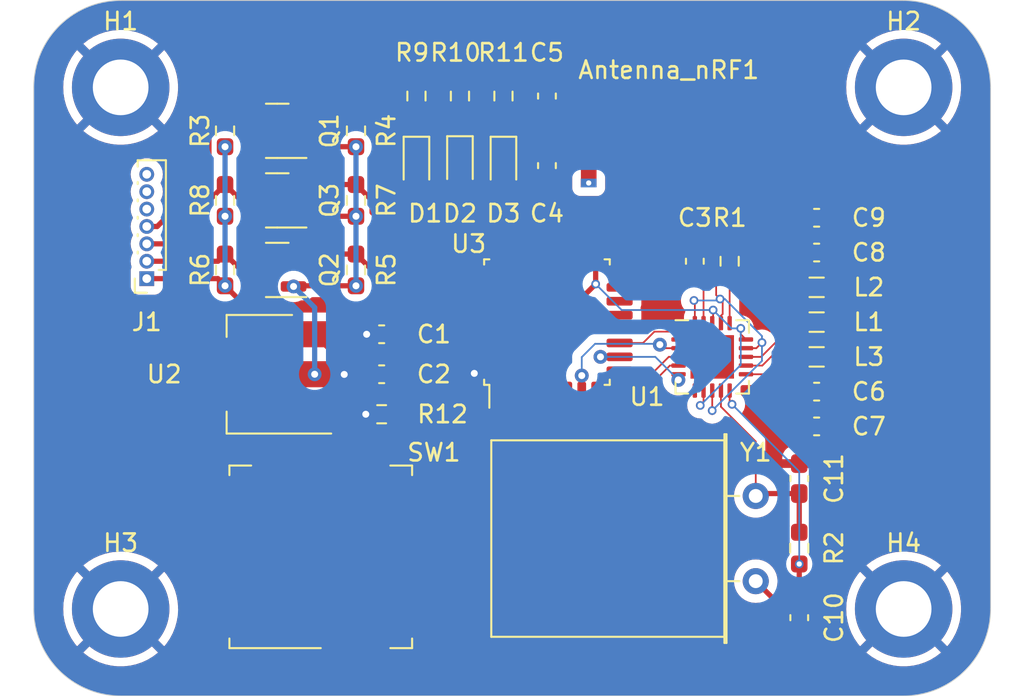
<source format=kicad_pcb>
(kicad_pcb (version 20221018) (generator pcbnew)
  (layers (0 "F.Cu" signal) (31 "B.Cu" signal) (34 "B.Paste" user) (35 "F.Paste" user) (36 "B.SilkS" user "B.Silkscreen") (37 "F.SilkS" user "F.Silkscreen") (38 "B.Mask" user) (39 "F.Mask" user) (44 "Edge.Cuts" user))
  (net 0 "")
  (net 1 "RF_Output")
  (net 2 "+5V")
  (net 3 "VDD_NRF")
  (net 4 "Net-(U1-DVDD)")
  (net 5 "VDD_PA")
  (net 6 "Net-(C8-Pad2)")
  (net 7 "XC1")
  (net 8 "XC2")
  (net 9 "Net-(D1-K)")
  (net 10 "Player2_LED")
  (net 11 "Net-(D2-K)")
  (net 12 "Player1_LED")
  (net 13 "Net-(D3-K)")
  (net 14 "Status_LED")
  (net 15 "Data_Clock_SNES")
  (net 16 "Data_Latch_SNES")
  (net 17 "Serial_Data_SNES")
  (net 18 "ANT2")
  (net 19 "ANT1")
  (net 20 "Serial_Data_STM32")
  (net 21 "Data_Clock_STM32")
  (net 22 "Data_Latch_STM32")
  (net 23 "Net-(U1-IREF)")
  (net 24 "Appairing_Btn")
  (net 25 "Chip_Enable")
  (net 26 "SPI_Chip_Select")
  (net 27 "SPI_Clock")
  (net 28 "SPI_Digital_Input")
  (net 29 "SPI_Digital_Output")
  (net 33 "+3.3VA")
  (net 49 "GND")
  (net 50 "GND1")
  (net 51 "GND2")
  (net 52 "GND3")
  (footprint "Capacitor_SMD:C_0603_1608Metric_Pad1.08x0.95mm_HandSolder" (layer "F.Cu") (at 87 93.5 -90)
    (fp_text reference "C10" (at 0 -2 90) (layer "F.SilkS"))
    (fp_text value "22p")
    (pad "1" smd roundrect (at -0.8625 0 270) (size 1.075 0.95) (layers "F.Cu" "F.Paste" "F.Mask") (net 7 "XC1"))
    (pad "2" smd roundrect (at 0.8625 0 270) (size 1.075 0.95) (layers "F.Cu" "F.Paste" "F.Mask") (net 49 "GND"))
  )
  (footprint "Capacitor_SMD:C_0603_1608Metric_Pad1.08x0.95mm_HandSolder" (layer "F.Cu") (at 63 77.2 180)
    (fp_text reference "C1" (at -3 0) (layer "F.SilkS"))
    (fp_text value "1u")
    (pad "1" smd roundrect (at -0.8625 0 180) (size 1.075 0.95) (layers "F.Cu" "F.Paste" "F.Mask") (net 2 "+5V"))
    (pad "2" smd roundrect (at 0.8625 0 180) (size 1.075 0.95) (layers "F.Cu" "F.Paste" "F.Mask") (net 49 "GND"))
  )
  (footprint "Inductor_SMD:L_0805_2012Metric_Pad1.05x1.20mm_HandSolder" (layer "F.Cu") (at 88 78.5 180)
    (fp_text reference "L3" (at -3 0) (layer "F.SilkS"))
    (fp_text value "2.7n")
    (pad "1" smd roundrect (at -1.15 0 180) (size 1.05 1.2) (layers "F.Cu" "F.Paste" "F.Mask") (roundrect_rratio 0.238095) (net 19 "ANT1"))
    (pad "2" smd roundrect (at 1.15 0 180) (size 1.05 1.2) (layers "F.Cu" "F.Paste" "F.Mask") (roundrect_rratio 0.238095) (net 5 "VDD_PA"))
  )
  (footprint "Capacitor_SMD:C_0603_1608Metric_Pad1.08x0.95mm_HandSolder" (layer "F.Cu") (at 87 85.5 90)
    (fp_text reference "C11" (at 0 2 90) (layer "F.SilkS"))
    (fp_text value "22p")
    (pad "1" smd roundrect (at -0.8625 0 90) (size 1.075 0.95) (layers "F.Cu" "F.Paste" "F.Mask") (net 8 "XC2"))
    (pad "2" smd roundrect (at 0.8625 0 90) (size 1.075 0.95) (layers "F.Cu" "F.Paste" "F.Mask") (net 49 "GND"))
  )
  (footprint "Capacitor_SMD:C_0603_1608Metric_Pad1.08x0.95mm_HandSolder" (layer "F.Cu") (at 88 70.5 180)
    (fp_text reference "C9" (at -3 0) (layer "F.SilkS"))
    (fp_text value "1.0p")
    (pad "1" smd roundrect (at -0.8625 0 180) (size 1.075 0.95) (layers "F.Cu" "F.Paste" "F.Mask") (net 49 "GND"))
    (pad "2" smd roundrect (at 0.8625 0 180) (size 1.075 0.95) (layers "F.Cu" "F.Paste" "F.Mask") (net 1 "RF_Output"))
  )
  (footprint "Capacitor_SMD:C_0603_1608Metric_Pad1.08x0.95mm_HandSolder" (layer "F.Cu") (at 81 73 90)
    (fp_text reference "C3" (at 2.5 0) (layer "F.SilkS"))
    (fp_text value "33n")
    (pad "1" smd roundrect (at -0.8625 0 90) (size 1.075 0.95) (layers "F.Cu" "F.Paste" "F.Mask") (net 4 "Net-(U1-DVDD)"))
    (pad "2" smd roundrect (at 0.8625 0 90) (size 1.075 0.95) (layers "F.Cu" "F.Paste" "F.Mask") (net 50 "GND1"))
  )
  (footprint "Resistor_SMD:R_0603_1608Metric_Pad0.98x0.95mm_HandSolder" (layer "F.Cu") (at 54 65.5 90)
    (fp_text reference "R3" (at 0 -1.43 90) (layer "F.SilkS"))
    (fp_text value "10k")
    (pad "1" smd roundrect (at -0.9125 0 90) (size 0.975 0.95) (layers "F.Cu" "F.Paste" "F.Mask") (net 2 "+5V"))
    (pad "2" smd roundrect (at 0.9125 0 90) (size 0.975 0.95) (layers "F.Cu" "F.Paste" "F.Mask") (net 17 "Serial_Data_SNES"))
  )
  (footprint "Resistor_SMD:R_0603_1608Metric_Pad0.98x0.95mm_HandSolder" (layer "F.Cu") (at 54 73.5 90)
    (fp_text reference "R6" (at 0 -1.43 90) (layer "F.SilkS"))
    (fp_text value "10k")
    (pad "1" smd roundrect (at -0.9125 0 90) (size 0.975 0.95) (layers "F.Cu" "F.Paste" "F.Mask") (net 2 "+5V"))
    (pad "2" smd roundrect (at 0.9125 0 90) (size 0.975 0.95) (layers "F.Cu" "F.Paste" "F.Mask") (net 15 "Data_Clock_SNES"))
  )
  (footprint "Resistor_SMD:R_0603_1608Metric_Pad0.98x0.95mm_HandSolder" (layer "F.Cu") (at 83 73 90)
    (fp_text reference "R1" (at 2.5 0) (layer "F.SilkS"))
    (fp_text value "22k")
    (pad "1" smd roundrect (at -0.9125 0 90) (size 0.975 0.95) (layers "F.Cu" "F.Paste" "F.Mask") (net 23 "Net-(U1-IREF)"))
    (pad "2" smd roundrect (at 0.9125 0 90) (size 0.975 0.95) (layers "F.Cu" "F.Paste" "F.Mask") (net 50 "GND1"))
  )
  (footprint "Resistor_SMD:R_0603_1608Metric_Pad0.98x0.95mm_HandSolder" (layer "F.Cu") (at 61.525 69.5 90)
    (fp_text reference "R7" (at 0 1.75 90) (layer "F.SilkS"))
    (fp_text value "10k")
    (pad "1" smd roundrect (at -0.9125 0 90) (size 0.975 0.95) (layers "F.Cu" "F.Paste" "F.Mask") (net 3 "VDD_NRF"))
    (pad "2" smd roundrect (at 0.9125 0 90) (size 0.975 0.95) (layers "F.Cu" "F.Paste" "F.Mask") (net 22 "Data_Latch_STM32"))
  )
  (footprint "Capacitor_SMD:C_0603_1608Metric_Pad1.08x0.95mm_HandSolder" (layer "F.Cu") (at 63 79.5 180)
    (fp_text reference "C2" (at -3 0) (layer "F.SilkS"))
    (fp_text value "1u")
    (pad "1" smd roundrect (at -0.8625 0 180) (size 1.075 0.95) (layers "F.Cu" "F.Paste" "F.Mask") (net 3 "VDD_NRF"))
    (pad "2" smd roundrect (at 0.8625 0 180) (size 1.075 0.95) (layers "F.Cu" "F.Paste" "F.Mask") (net 49 "GND"))
  )
  (footprint "Resistor_SMD:R_0603_1608Metric_Pad0.98x0.95mm_HandSolder" (layer "F.Cu") (at 54 69.5 90)
    (fp_text reference "R8" (at 0 -1.43 90) (layer "F.SilkS"))
    (fp_text value "10k")
    (pad "1" smd roundrect (at -0.9125 0 90) (size 0.975 0.95) (layers "F.Cu" "F.Paste" "F.Mask") (net 2 "+5V"))
    (pad "2" smd roundrect (at 0.9125 0 90) (size 0.975 0.95) (layers "F.Cu" "F.Paste" "F.Mask") (net 16 "Data_Latch_SNES"))
  )
  (footprint "Package_DFN_QFN:QFN-20-1EP_4x4mm_P0.5mm_EP2.5x2.5mm" (layer "F.Cu") (at 82 78.5)
    (fp_text reference "U1" (at -3.75 2.2975) (layer "F.SilkS"))
    (fp_text value "NRF24L01")
    (pad "1" smd roundrect (at -1.9375 -1) (size 0.825 0.25) (layers "F.Cu" "F.Paste" "F.Mask") (net 25 "Chip_Enable"))
    (pad "2" smd roundrect (at -1.9375 -0.5) (size 0.825 0.25) (layers "F.Cu" "F.Paste" "F.Mask") (net 26 "SPI_Chip_Select"))
    (pad "3" smd roundrect (at -1.9375 0) (size 0.825 0.25) (layers "F.Cu" "F.Paste" "F.Mask") (net 27 "SPI_Clock"))
    (pad "4" smd roundrect (at -1.9375 0.5) (size 0.825 0.25) (layers "F.Cu" "F.Paste" "F.Mask") (net 28 "SPI_Digital_Input"))
    (pad "5" smd roundrect (at -1.9375 1) (size 0.825 0.25) (layers "F.Cu" "F.Paste" "F.Mask") (net 29 "SPI_Digital_Output"))
    (pad "6" smd roundrect (at -1 1.9375) (size 0.25 0.825) (layers "F.Cu" "F.Paste" "F.Mask"))
    (pad "7" smd roundrect (at -0.5 1.9375) (size 0.25 0.825) (layers "F.Cu" "F.Paste" "F.Mask") (net 3 "VDD_NRF"))
    (pad "8" smd roundrect (at 0 1.9375) (size 0.25 0.825) (layers "F.Cu" "F.Paste" "F.Mask") (net 50 "GND1"))
    (pad "9" smd roundrect (at 0.5 1.9375) (size 0.25 0.825) (layers "F.Cu" "F.Paste" "F.Mask") (net 8 "XC2"))
    (pad "10" smd roundrect (at 1 1.9375) (size 0.25 0.825) (layers "F.Cu" "F.Paste" "F.Mask") (net 7 "XC1"))
    (pad "11" smd roundrect (at 1.9375 1) (size 0.825 0.25) (layers "F.Cu" "F.Paste" "F.Mask") (net 5 "VDD_PA"))
    (pad "12" smd roundrect (at 1.9375 0.5) (size 0.825 0.25) (layers "F.Cu" "F.Paste" "F.Mask") (net 19 "ANT1"))
    (pad "13" smd roundrect (at 1.9375 0) (size 0.825 0.25) (layers "F.Cu" "F.Paste" "F.Mask") (net 18 "ANT2"))
    (pad "14" smd roundrect (at 1.9375 -0.5) (size 0.825 0.25) (layers "F.Cu" "F.Paste" "F.Mask") (net 50 "GND1"))
    (pad "15" smd roundrect (at 1.9375 -1) (size 0.825 0.25) (layers "F.Cu" "F.Paste" "F.Mask") (net 3 "VDD_NRF"))
    (pad "16" smd roundrect (at 1 -1.9375) (size 0.25 0.825) (layers "F.Cu" "F.Paste" "F.Mask") (net 23 "Net-(U1-IREF)"))
    (pad "17" smd roundrect (at 0.5 -1.9375) (size 0.25 0.825) (layers "F.Cu" "F.Paste" "F.Mask") (net 50 "GND1"))
    (pad "18" smd roundrect (at 0 -1.9375) (size 0.25 0.825) (layers "F.Cu" "F.Paste" "F.Mask") (net 3 "VDD_NRF"))
    (pad "19" smd roundrect (at -0.5 -1.9375) (size 0.25 0.825) (layers "F.Cu" "F.Paste" "F.Mask") (net 4 "Net-(U1-DVDD)"))
    (pad "20" smd roundrect (at -1 -1.9375) (size 0.25 0.825) (layers "F.Cu" "F.Paste" "F.Mask") (net 50 "GND1"))
    (pad "21" smd rect (at 0 0) (size 2.5 2.5) (layers "F.Cu" "F.Mask"))
  )
  (footprint "Resistor_SMD:R_0603_1608Metric_Pad0.98x0.95mm_HandSolder" (layer "F.Cu") (at 61.525 65.5 90)
    (fp_text reference "R4" (at 0 1.75 90) (layer "F.SilkS"))
    (fp_text value "10k")
    (pad "1" smd roundrect (at -0.9125 0 90) (size 0.975 0.95) (layers "F.Cu" "F.Paste" "F.Mask") (net 3 "VDD_NRF"))
    (pad "2" smd roundrect (at 0.9125 0 90) (size 0.975 0.95) (layers "F.Cu" "F.Paste" "F.Mask") (net 20 "Serial_Data_STM32"))
  )
  (footprint "Resistor_SMD:R_0603_1608Metric_Pad0.98x0.95mm_HandSolder" (layer "F.Cu") (at 63 81.8 180)
    (fp_text reference "R12" (at -3.5 0) (layer "F.SilkS"))
    (fp_text value "10k")
    (pad "1" smd roundrect (at -0.9125 0 180) (size 0.975 0.95) (layers "F.Cu" "F.Paste" "F.Mask") (net 24 "Appairing_Btn"))
    (pad "2" smd roundrect (at 0.9125 0 180) (size 0.975 0.95) (layers "F.Cu" "F.Paste" "F.Mask") (net 49 "GND"))
  )
  (footprint "MountingHole:MountingHole_3.2mm_M3_DIN965_Pad" (layer "F.Cu") (at 93 63)
    (fp_text reference "H2" (at 0 -3.8) (layer "F.SilkS"))
    (fp_text value "MountingHole_Pad")
    (pad "1" thru_hole circle (at 0 0) (size 5.6 5.6) (drill 3.2) (layers "*.Cu" "*.Mask") (net 49 "GND"))
  )
  (footprint "Resistor_SMD:R_0603_1608Metric_Pad0.98x0.95mm_HandSolder" (layer "F.Cu") (at 65 63.5 90)
    (fp_text reference "R9" (at 2.5 -0.25) (layer "F.SilkS"))
    (fp_text value "1k")
    (pad "1" smd roundrect (at -0.9125 0 90) (size 0.975 0.95) (layers "F.Cu" "F.Paste" "F.Mask") (net 9 "Net-(D1-K)"))
    (pad "2" smd roundrect (at 0.9125 0 90) (size 0.975 0.95) (layers "F.Cu" "F.Paste" "F.Mask") (net 49 "GND"))
  )
  (footprint "Button_Switch_SMD:SW_MEC_5GSH9" (layer "F.Cu") (at 59.5 90 90)
    (fp_text reference "SW1" (at 6 6.5 180) (layer "F.SilkS"))
    (fp_text value "SW_Push")
    (pad "1" smd rect (at -3.81 -6.25 180) (size 2.5 1.2) (layers "F.Cu" "F.Paste" "F.Mask") (net 3 "VDD_NRF"))
    (pad "2" smd rect (at -3.81 6.25 180) (size 2.5 1.2) (layers "F.Cu" "F.Paste" "F.Mask") (net 24 "Appairing_Btn"))
    (pad "3" smd rect (at 3.81 -6.25 180) (size 2.5 1.2) (layers "F.Cu" "F.Paste" "F.Mask"))
    (pad "4" smd rect (at 3.81 6.25 180) (size 2.5 1.2) (layers "F.Cu" "F.Paste" "F.Mask"))
  )
  (footprint "Capacitor_SMD:C_0603_1608Metric_Pad1.08x0.95mm_HandSolder" (layer "F.Cu") (at 72.5 67.5 90)
    (fp_text reference "C4" (at -2.75 0) (layer "F.SilkS"))
    (fp_text value "10n")
    (pad "1" smd roundrect (at -0.8625 0 90) (size 1.075 0.95) (layers "F.Cu" "F.Paste" "F.Mask") (net 3 "VDD_NRF"))
    (pad "2" smd roundrect (at 0.8625 0 90) (size 1.075 0.95) (layers "F.Cu" "F.Paste" "F.Mask") (net 49 "GND"))
  )
  (footprint "Capacitor_SMD:C_0603_1608Metric_Pad1.08x0.95mm_HandSolder" (layer "F.Cu") (at 88 82.5)
    (fp_text reference "C7" (at 3 0) (layer "F.SilkS"))
    (fp_text value "4.7p")
    (pad "1" smd roundrect (at -0.8625 0) (size 1.075 0.95) (layers "F.Cu" "F.Paste" "F.Mask") (net 5 "VDD_PA"))
    (pad "2" smd roundrect (at 0.8625 0) (size 1.075 0.95) (layers "F.Cu" "F.Paste" "F.Mask") (net 49 "GND"))
  )
  (footprint "Diode_SMD:D_0603_1608Metric_Pad1.05x0.95mm_HandSolder" (layer "F.Cu") (at 65 67.5 -90)
    (fp_text reference "D1" (at 2.75 -0.5) (layer "F.SilkS"))
    (fp_text value "LED_Small")
    (pad "1" smd roundrect (at -0.875 0 270) (size 1.05 0.95) (layers "F.Cu" "F.Paste" "F.Mask") (net 9 "Net-(D1-K)"))
    (pad "2" smd roundrect (at 0.875 0 270) (size 1.05 0.95) (layers "F.Cu" "F.Paste" "F.Mask") (net 12 "Player1_LED"))
  )
  (footprint "Resistor_SMD:R_0603_1608Metric_Pad0.98x0.95mm_HandSolder" (layer "F.Cu") (at 61.525 73.5 90)
    (fp_text reference "R5" (at 0 1.75 90) (layer "F.SilkS"))
    (fp_text value "10k")
    (pad "1" smd roundrect (at -0.9125 0 90) (size 0.975 0.95) (layers "F.Cu" "F.Paste" "F.Mask") (net 3 "VDD_NRF"))
    (pad "2" smd roundrect (at 0.9125 0 90) (size 0.975 0.95) (layers "F.Cu" "F.Paste" "F.Mask") (net 21 "Data_Clock_STM32"))
  )
  (footprint "Package_TO_SOT_SMD:SOT-23" (layer "F.Cu") (at 57 69.5 180)
    (fp_text reference "Q3" (at -3 0 90) (layer "F.SilkS"))
    (fp_text value "2N7002")
    (pad "1" smd roundrect (at -0.9375 -0.95 180) (size 1.475 0.6) (layers "F.Cu" "F.Paste" "F.Mask") (net 3 "VDD_NRF"))
    (pad "2" smd roundrect (at -0.9375 0.95 180) (size 1.475 0.6) (layers "F.Cu" "F.Paste" "F.Mask") (net 22 "Data_Latch_STM32"))
    (pad "3" smd roundrect (at 0.9375 0 180) (size 1.475 0.6) (layers "F.Cu" "F.Paste" "F.Mask") (net 16 "Data_Latch_SNES"))
  )
  (footprint "Diode_SMD:D_0603_1608Metric_Pad1.05x0.95mm_HandSolder" (layer "F.Cu") (at 70 67.5 -90)
    (fp_text reference "D3" (at 2.75 0) (layer "F.SilkS"))
    (fp_text value "LED_Small")
    (pad "1" smd roundrect (at -0.875 0 270) (size 1.05 0.95) (layers "F.Cu" "F.Paste" "F.Mask") (net 13 "Net-(D3-K)"))
    (pad "2" smd roundrect (at 0.875 0 270) (size 1.05 0.95) (layers "F.Cu" "F.Paste" "F.Mask") (net 14 "Status_LED"))
  )
  (footprint "Capacitor_SMD:C_0603_1608Metric_Pad1.08x0.95mm_HandSolder" (layer "F.Cu") (at 72.5 63.5 90)
    (fp_text reference "C5" (at 2.5 0) (layer "F.SilkS"))
    (fp_text value "1n")
    (pad "1" smd roundrect (at -0.8625 0 90) (size 1.075 0.95) (layers "F.Cu" "F.Paste" "F.Mask") (net 3 "VDD_NRF"))
    (pad "2" smd roundrect (at 0.8625 0 90) (size 1.075 0.95) (layers "F.Cu" "F.Paste" "F.Mask") (net 49 "GND"))
  )
  (footprint "Package_QFP:LQFP-32_7x7mm_P0.8mm" (layer "F.Cu") (at 72.5 76.5 90)
    (fp_text reference "U3" (at 4.5 -4.5 180) (layer "F.SilkS"))
    (fp_text value "STM32L412KBTx")
    (pad "1" smd roundrect (at -4.175 -2.8 90) (size 1.5 0.5) (layers "F.Cu" "F.Paste" "F.Mask") (net 3 "VDD_NRF"))
    (pad "2" smd roundrect (at -4.175 -2 90) (size 1.5 0.5) (layers "F.Cu" "F.Paste" "F.Mask") (net 24 "Appairing_Btn"))
    (pad "3" smd roundrect (at -4.175 -1.2 90) (size 1.5 0.5) (layers "F.Cu" "F.Paste" "F.Mask"))
    (pad "4" smd roundrect (at -4.175 -0.4 90) (size 1.5 0.5) (layers "F.Cu" "F.Paste" "F.Mask"))
    (pad "5" smd roundrect (at -4.175 0.4 90) (size 1.5 0.5) (layers "F.Cu" "F.Paste" "F.Mask") (net 33 "+3.3VA"))
    (pad "6" smd roundrect (at -4.175 1.2 90) (size 1.5 0.5) (layers "F.Cu" "F.Paste" "F.Mask"))
    (pad "7" smd roundrect (at -4.175 2 90) (size 1.5 0.5) (layers "F.Cu" "F.Paste" "F.Mask") (net 26 "SPI_Chip_Select"))
    (pad "8" smd roundrect (at -4.175 2.8 90) (size 1.5 0.5) (layers "F.Cu" "F.Paste" "F.Mask") (net 28 "SPI_Digital_Input"))
    (pad "9" smd roundrect (at -2.8 4.175 90) (size 0.5 1.5) (layers "F.Cu" "F.Paste" "F.Mask") (net 27 "SPI_Clock"))
    (pad "10" smd roundrect (at -2 4.175 90) (size 0.5 1.5) (layers "F.Cu" "F.Paste" "F.Mask") (net 29 "SPI_Digital_Output"))
    (pad "11" smd roundrect (at -1.2 4.175 90) (size 0.5 1.5) (layers "F.Cu" "F.Paste" "F.Mask") (net 25 "Chip_Enable"))
    (pad "12" smd roundrect (at -0.4 4.175 90) (size 0.5 1.5) (layers "F.Cu" "F.Paste" "F.Mask"))
    (pad "13" smd roundrect (at 0.4 4.175 90) (size 0.5 1.5) (layers "F.Cu" "F.Paste" "F.Mask"))
    (pad "14" smd roundrect (at 1.2 4.175 90) (size 0.5 1.5) (layers "F.Cu" "F.Paste" "F.Mask"))
    (pad "15" smd roundrect (at 2 4.175 90) (size 0.5 1.5) (layers "F.Cu" "F.Paste" "F.Mask"))
    (pad "16" smd roundrect (at 2.8 4.175 90) (size 0.5 1.5) (layers "F.Cu" "F.Paste" "F.Mask") (net 49 "GND"))
    (pad "17" smd roundrect (at 4.175 2.8 90) (size 1.5 0.5) (layers "F.Cu" "F.Paste" "F.Mask") (net 3 "VDD_NRF"))
    (pad "18" smd roundrect (at 4.175 2 90) (size 1.5 0.5) (layers "F.Cu" "F.Paste" "F.Mask"))
    (pad "19" smd roundrect (at 4.175 1.2 90) (size 1.5 0.5) (layers "F.Cu" "F.Paste" "F.Mask") (net 14 "Status_LED"))
    (pad "20" smd roundrect (at 4.175 0.4 90) (size 1.5 0.5) (layers "F.Cu" "F.Paste" "F.Mask"))
    (pad "21" smd roundrect (at 4.175 -0.4 90) (size 1.5 0.5) (layers "F.Cu" "F.Paste" "F.Mask"))
    (pad "22" smd roundrect (at 4.175 -1.2 90) (size 1.5 0.5) (layers "F.Cu" "F.Paste" "F.Mask"))
    (pad "23" smd roundrect (at 4.175 -2 90) (size 1.5 0.5) (layers "F.Cu" "F.Paste" "F.Mask") (net 10 "Player2_LED"))
    (pad "24" smd roundrect (at 4.175 -2.8 90) (size 1.5 0.5) (layers "F.Cu" "F.Paste" "F.Mask") (net 12 "Player1_LED"))
    (pad "25" smd roundrect (at 2.8 -4.175 90) (size 0.5 1.5) (layers "F.Cu" "F.Paste" "F.Mask") (net 20 "Serial_Data_STM32"))
    (pad "26" smd roundrect (at 2 -4.175 90) (size 0.5 1.5) (layers "F.Cu" "F.Paste" "F.Mask"))
    (pad "27" smd roundrect (at 1.2 -4.175 90) (size 0.5 1.5) (layers "F.Cu" "F.Paste" "F.Mask") (net 22 "Data_Latch_STM32"))
    (pad "28" smd roundrect (at 0.4 -4.175 90) (size 0.5 1.5) (layers "F.Cu" "F.Paste" "F.Mask"))
    (pad "29" smd roundrect (at -0.4 -4.175 90) (size 0.5 1.5) (layers "F.Cu" "F.Paste" "F.Mask") (net 21 "Data_Clock_STM32"))
    (pad "30" smd roundrect (at -1.2 -4.175 90) (size 0.5 1.5) (layers "F.Cu" "F.Paste" "F.Mask"))
    (pad "31" smd roundrect (at -2 -4.175 90) (size 0.5 1.5) (layers "F.Cu" "F.Paste" "F.Mask"))
    (pad "32" smd roundrect (at -2.8 -4.175 90) (size 0.5 1.5) (layers "F.Cu" "F.Paste" "F.Mask") (net 49 "GND"))
  )
  (footprint "Resistor_SMD:R_0603_1608Metric_Pad0.98x0.95mm_HandSolder" (layer "F.Cu") (at 87 89.5 90)
    (fp_text reference "R2" (at 0 2 90) (layer "F.SilkS"))
    (fp_text value "1M")
    (pad "1" smd roundrect (at -0.9125 0 90) (size 0.975 0.95) (layers "F.Cu" "F.Paste" "F.Mask") (net 7 "XC1"))
    (pad "2" smd roundrect (at 0.9125 0 90) (size 0.975 0.95) (layers "F.Cu" "F.Paste" "F.Mask") (net 8 "XC2"))
  )
  (footprint "Resistor_SMD:R_0603_1608Metric_Pad0.98x0.95mm_HandSolder" (layer "F.Cu") (at 70 63.5 90)
    (fp_text reference "R11" (at 2.5 0) (layer "F.SilkS"))
    (fp_text value "1k")
    (pad "1" smd roundrect (at -0.9125 0 90) (size 0.975 0.95) (layers "F.Cu" "F.Paste" "F.Mask") (net 13 "Net-(D3-K)"))
    (pad "2" smd roundrect (at 0.9125 0 90) (size 0.975 0.95) (layers "F.Cu" "F.Paste" "F.Mask") (net 49 "GND"))
  )
  (footprint "Capacitor_SMD:C_0603_1608Metric_Pad1.08x0.95mm_HandSolder" (layer "F.Cu") (at 88 72.5)
    (fp_text reference "C8" (at 3 0) (layer "F.SilkS"))
    (fp_text value "1.5p")
    (pad "1" smd roundrect (at -0.8625 0) (size 1.075 0.95) (layers "F.Cu" "F.Paste" "F.Mask") (net 1 "RF_Output"))
    (pad "2" smd roundrect (at 0.8625 0) (size 1.075 0.95) (layers "F.Cu" "F.Paste" "F.Mask") (net 6 "Net-(C8-Pad2)"))
  )
  (footprint "Connector_PinSocket_1.00mm:PinSocket_1x07_P1.00mm_Vertical" (layer "F.Cu") (at 49.5 74 180)
    (fp_text reference "J1" (at 0 -2.5) (layer "F.SilkS"))
    (fp_text value "Conn_01x07_Socket")
    (pad "1" thru_hole rect (at 0 0 180) (size 0.85 0.85) (drill 0.5) (layers "*.Cu" "*.Mask") (net 2 "+5V"))
    (pad "2" thru_hole oval (at 0 1 180) (size 0.85 0.85) (drill 0.5) (layers "*.Cu" "*.Mask") (net 15 "Data_Clock_SNES"))
    (pad "3" thru_hole oval (at 0 2 180) (size 0.85 0.85) (drill 0.5) (layers "*.Cu" "*.Mask") (net 16 "Data_Latch_SNES"))
    (pad "4" thru_hole oval (at 0 3 180) (size 0.85 0.85) (drill 0.5) (layers "*.Cu" "*.Mask") (net 17 "Serial_Data_SNES"))
    (pad "5" thru_hole oval (at 0 4 180) (size 0.85 0.85) (drill 0.5) (layers "*.Cu" "*.Mask"))
    (pad "6" thru_hole oval (at 0 5 180) (size 0.85 0.85) (drill 0.5) (layers "*.Cu" "*.Mask"))
    (pad "7" thru_hole oval (at 0 6 180) (size 0.85 0.85) (drill 0.5) (layers "*.Cu" "*.Mask") (net 52 "GND3"))
  )
  (footprint "RF_Antenna:Texas_SWRA117D_2.4GHz_Right" (layer "F.Cu") (at 77 68.5)
    (fp_text reference "Antenna_nRF1" (at 2.5 -6.5) (layer "F.SilkS"))
    (fp_text value "~")
    (fp_poly (pts (xy 2.45 -2.51) (xy 4.45 -2.51) (xy 4.45 -5.15) (xy 7.15 -5.15) (xy 7.15 -2.51) (xy 9.15 -2.51) (xy 9.15 -5.15) (xy 11.85 -5.15) (xy 11.85 -0.71) (xy 11.35 -0.71) (xy 11.35 -4.65) (xy 9.65 -4.65) (xy 9.65 -2.01) (xy 6.65 -2.01) (xy 6.65 -4.65) (xy 4.95 -4.65) (xy 4.95 -2.01) (xy 1.95 -2.01) (xy 1.95 -4.65) (xy 0.25 -4.65) (xy 0.25 0.25) (xy -0.25 0.25) (xy -0.25 -4.65) (xy -1.65 -4.65) (xy -1.65 0.25) (xy -2.55 0.25) (xy -2.55 0.006785) (xy -2.247583 0.006785) (xy -2.237742 0.054395) (xy -2.213674 0.096797) (xy -2.175731 0.129581) (xy -2.167819 0.133935) (xy -2.125156 0.146043) (xy -2.076637 0.1453) (xy -2.031122 0.1324) (xy -2.012511 0.121787) (xy -1.978868 0.086553) (xy -1.958309 0.041368) (xy -1.951778 -0.008158) (xy -1.960218 -0.056417) (xy -1.977112 -0.088643) (xy -2.012372 -0.121313) (xy -2.057682 -0.141408) (xy -2.107267 -0.147982) (xy -2.155353 -0.140092) (xy -2.188245 -0.123186) (xy -2.223185 -0.086416) (xy -2.242847 -0.041622) (xy -2.247583 0.006785) (xy -2.55 0.006785) (xy -2.55 -5.15) (xy 2.45 -5.15) (xy 2.45 -2.51)) (fill solid) (layer "F.Cu"))
    (pad "1" connect rect (at 0 0) (size 0.5 0.5) (layers "F.Cu") (net 1 "RF_Output"))
    (pad "2" thru_hole rect (at -2.1 0) (size 0.9 0.5) (drill 0.3) (layers "*.Cu") (net 51 "GND2"))
  )
  (footprint "Resistor_SMD:R_0603_1608Metric_Pad0.98x0.95mm_HandSolder" (layer "F.Cu") (at 67.5 63.5 90)
    (fp_text reference "R10" (at 2.5 -0.25) (layer "F.SilkS"))
    (fp_text value "1k")
    (pad "1" smd roundrect (at -0.9125 0 90) (size 0.975 0.95) (layers "F.Cu" "F.Paste" "F.Mask") (net 11 "Net-(D2-K)"))
    (pad "2" smd roundrect (at 0.9125 0 90) (size 0.975 0.95) (layers "F.Cu" "F.Paste" "F.Mask") (net 49 "GND"))
  )
  (footprint "Package_TO_SOT_SMD:SOT-223-3_TabPin2" (layer "F.Cu") (at 56 79.5 180)
    (fp_text reference "U2" (at 5.5 0 180) (layer "F.SilkS"))
    (fp_text value "AMS1117-3.3")
    (pad "1" smd rect (at -3.15 -2.3 180) (size 2 1.5) (layers "F.Cu" "F.Paste" "F.Mask") (net 49 "GND"))
    (pad "2" smd rect (at -3.15 0 180) (size 2 1.5) (layers "F.Cu" "F.Paste" "F.Mask") (net 3 "VDD_NRF"))
    (pad "2" smd rect (at 3.15 0 180) (size 2 3.8) (layers "F.Cu" "F.Paste" "F.Mask") (net 3 "VDD_NRF"))
    (pad "3" smd rect (at -3.15 2.3 180) (size 2 1.5) (layers "F.Cu" "F.Paste" "F.Mask") (net 2 "+5V"))
  )
  (footprint "Inductor_SMD:L_0805_2012Metric_Pad1.05x1.20mm_HandSolder" (layer "F.Cu") (at 88 74.5)
    (fp_text reference "L2" (at 3 0) (layer "F.SilkS"))
    (fp_text value "3.9n")
    (pad "1" smd roundrect (at -1.15 0) (size 1.05 1.2) (layers "F.Cu" "F.Paste" "F.Mask") (roundrect_rratio 0.238095) (net 18 "ANT2"))
    (pad "2" smd roundrect (at 1.15 0) (size 1.05 1.2) (layers "F.Cu" "F.Paste" "F.Mask") (roundrect_rratio 0.238095) (net 6 "Net-(C8-Pad2)"))
  )
  (footprint "Package_TO_SOT_SMD:SOT-23" (layer "F.Cu") (at 57 65.5 180)
    (fp_text reference "Q1" (at -3 0 90) (layer "F.SilkS"))
    (fp_text value "2N7002")
    (pad "1" smd roundrect (at -0.9375 -0.95 180) (size 1.475 0.6) (layers "F.Cu" "F.Paste" "F.Mask") (net 3 "VDD_NRF"))
    (pad "2" smd roundrect (at -0.9375 0.95 180) (size 1.475 0.6) (layers "F.Cu" "F.Paste" "F.Mask") (net 20 "Serial_Data_STM32"))
    (pad "3" smd roundrect (at 0.9375 0 180) (size 1.475 0.6) (layers "F.Cu" "F.Paste" "F.Mask") (net 17 "Serial_Data_SNES"))
  )
  (footprint "Diode_SMD:D_0603_1608Metric_Pad1.05x0.95mm_HandSolder" (layer "F.Cu") (at 67.5 67.47 -90)
    (fp_text reference "D2" (at 2.78 0) (layer "F.SilkS"))
    (fp_text value "LED_Small")
    (pad "1" smd roundrect (at -0.875 0 270) (size 1.05 0.95) (layers "F.Cu" "F.Paste" "F.Mask") (net 11 "Net-(D2-K)"))
    (pad "2" smd roundrect (at 0.875 0 270) (size 1.05 0.95) (layers "F.Cu" "F.Paste" "F.Mask") (net 10 "Player2_LED"))
  )
  (footprint "MountingHole:MountingHole_3.2mm_M3_DIN965_Pad" (layer "F.Cu") (at 93 93)
    (fp_text reference "H4" (at 0 -3.8) (layer "F.SilkS"))
    (fp_text value "MountingHole_Pad")
    (pad "1" thru_hole circle (at 0 0) (size 5.6 5.6) (drill 3.2) (layers "*.Cu" "*.Mask") (net 49 "GND"))
  )
  (footprint "MountingHole:MountingHole_3.2mm_M3_DIN965_Pad" (layer "F.Cu") (at 48 93)
    (fp_text reference "H3" (at 0 -3.8) (layer "F.SilkS"))
    (fp_text value "MountingHole_Pad")
    (pad "1" thru_hole circle (at 0 0) (size 5.6 5.6) (drill 3.2) (layers "*.Cu" "*.Mask") (net 49 "GND"))
  )
  (footprint "Capacitor_SMD:C_0603_1608Metric_Pad1.08x0.95mm_HandSolder" (layer "F.Cu") (at 88 80.5)
    (fp_text reference "C6" (at 3 0) (layer "F.SilkS"))
    (fp_text value "2.2n")
    (pad "1" smd roundrect (at -0.8625 0) (size 1.075 0.95) (layers "F.Cu" "F.Paste" "F.Mask") (net 5 "VDD_PA"))
    (pad "2" smd roundrect (at 0.8625 0) (size 1.075 0.95) (layers "F.Cu" "F.Paste" "F.Mask") (net 49 "GND"))
  )
  (footprint "Crystal:Crystal_HC49-U_Horizontal" (layer "F.Cu") (at 84.5 86.5 -90)
    (fp_text reference "Y1" (at -2.5 0) (layer "F.SilkS"))
    (fp_text value "16 MHz")
    (pad "1" thru_hole circle (at 0 0 270) (size 1.5 1.5) (drill 0.8) (layers "*.Cu" "*.Mask") (net 8 "XC2"))
    (pad "2" thru_hole circle (at 4.9 0 270) (size 1.5 1.5) (drill 0.8) (layers "*.Cu" "*.Mask") (net 7 "XC1"))
  )
  (footprint "Package_TO_SOT_SMD:SOT-23" (layer "F.Cu") (at 57 73.5 180)
    (fp_text reference "Q2" (at -3 0 90) (layer "F.SilkS"))
    (fp_text value "2N7002")
    (pad "1" smd roundrect (at -0.9375 -0.95 180) (size 1.475 0.6) (layers "F.Cu" "F.Paste" "F.Mask") (net 3 "VDD_NRF"))
    (pad "2" smd roundrect (at -0.9375 0.95 180) (size 1.475 0.6) (layers "F.Cu" "F.Paste" "F.Mask") (net 21 "Data_Clock_STM32"))
    (pad "3" smd roundrect (at 0.9375 0 180) (size 1.475 0.6) (layers "F.Cu" "F.Paste" "F.Mask") (net 15 "Data_Clock_SNES"))
  )
  (footprint "Inductor_SMD:L_0805_2012Metric_Pad1.05x1.20mm_HandSolder" (layer "F.Cu") (at 88 76.5)
    (fp_text reference "L1" (at 3 0) (layer "F.SilkS"))
    (fp_text value "8.2n")
    (pad "1" smd roundrect (at -1.15 0) (size 1.05 1.2) (layers "F.Cu" "F.Paste" "F.Mask") (roundrect_rratio 0.238095) (net 18 "ANT2"))
    (pad "2" smd roundrect (at 1.15 0) (size 1.05 1.2) (layers "F.Cu" "F.Paste" "F.Mask") (roundrect_rratio 0.238095) (net 19 "ANT1"))
  )
  (footprint "MountingHole:MountingHole_3.2mm_M3_DIN965_Pad" (layer "F.Cu") (at 48 63)
    (fp_text reference "H1" (at 0 -3.8) (layer "F.SilkS"))
    (fp_text value "MountingHole_Pad")
    (pad "1" thru_hole circle (at 0 0) (size 5.6 5.6) (drill 3.2) (layers "*.Cu" "*.Mask") (net 49 "GND"))
  )
  (gr_arc (start 98 93) (mid 96.535534 96.535534) (end 93 98) (stroke (width 0.05)) (layer "Edge.Cuts"))
  (gr_line (start 43 93) (end 43 63) (stroke (width 0.05)) (layer "Edge.Cuts"))
  (gr_arc (start 48 98) (mid 44.464466 96.535534) (end 43 93) (stroke (width 0.05)) (layer "Edge.Cuts"))
  (gr_line (start 93 98) (end 48 98) (stroke (width 0.05)) (layer "Edge.Cuts"))
  (gr_line (start 98 63) (end 98 93) (stroke (width 0.05)) (layer "Edge.Cuts"))
  (gr_arc (start 43 63) (mid 44.464466 59.464466) (end 48 58) (stroke (width 0.05)) (layer "Edge.Cuts"))
  (gr_arc (start 93 58) (mid 96.535534 59.464466) (end 98 63) (stroke (width 0.05)) (layer "Edge.Cuts"))
  (gr_line (start 48 58) (end 93 58) (stroke (width 0.05)) (layer "Edge.Cuts"))
  (segment (start 87.1375 72.5) (end 87.1375 70.5) (width 0.3) (layer "F.Cu") (net 1))
  (segment (start 53.5875 74) (end 49.5 74) (width 0.3) (layer "F.Cu") (net 2))
  (segment (start 56.7875 77.2) (end 54 74.4125) (width 0.3) (layer "F.Cu") (net 2))
  (segment (start 59.15 77.2) (end 56.7875 77.2) (width 0.3) (layer "F.Cu") (net 2))
  (segment (start 62.9375 78.125) (end 60.075 78.125) (width 0.3) (layer "F.Cu") (net 2))
  (segment (start 54 74.4125) (end 53.5875 74) (width 0.3) (layer "F.Cu") (net 2))
  (segment (start 63.8625 77.2) (end 62.9375 78.125) (width 0.3) (layer "F.Cu") (net 2))
  (segment (start 60.075 78.125) (end 59.15 77.2) (width 0.3) (layer "F.Cu") (net 2))
  (via (at 54 70.4125) (size 0.8) (drill 0.4) (layers "F.Cu" "B.Cu") (net 2))
  (via (at 54 74.4125) (size 0.8) (drill 0.4) (layers "F.Cu" "B.Cu") (net 2))
  (via (at 54 66.4125) (size 0.8) (drill 0.4) (layers "F.Cu" "B.Cu") (net 2))
  (segment (start 54 74.4125) (end 54 70.4125) (width 0.3) (layer "B.Cu") (net 2))
  (segment (start 54 70.4125) (end 54 66.4125) (width 0.3) (layer "B.Cu") (net 2))
  (segment (start 72.5 68.761827) (end 75.3 71.561827) (width 0.3) (layer "F.Cu") (net 3))
  (segment (start 54.95 92.11) (end 53.25 93.81) (width 0.3) (layer "F.Cu") (net 3))
  (segment (start 82.0495 75.805928) (end 82.0495 76.513) (width 0.1) (layer "F.Cu") (net 3))
  (segment (start 65.0375 80.675) (end 63.8625 79.5) (width 0.3) (layer "F.Cu") (net 3))
  (segment (start 61.525 74.4125) (end 57.975 74.4125) (width 0.3) (layer "F.Cu") (net 3))
  (segment (start 62.722272 80.425) (end 60.075 80.425) (width 0.3) (layer "F.Cu") (net 3))
  (segment (start 82.0495 76.513) (end 82 76.5625) (width 0.1) (layer "F.Cu") (net 3))
  (segment (start 63.647272 79.5) (end 62.722272 80.425) (width 0.3) (layer "F.Cu") (net 3))
  (segment (start 81.5 80.4375) (end 81.5 81.102106) (width 0.1) (layer "F.Cu") (net 3))
  (segment (start 71.575 65.2875) (end 72.5 64.3625) (width 0.3) (layer "F.Cu") (net 3))
  (segment (start 61.525 70.4125) (end 57.975 70.4125) (width 0.3) (layer "F.Cu") (net 3))
  (segment (start 81.5 81.102106) (end 81.310075 81.292031) (width 0.1) (layer "F.Cu") (net 3))
  (segment (start 71.575 67.4375) (end 71.575 65.2875) (width 0.3) (layer "F.Cu") (net 3))
  (segment (start 60.075 80.425) (end 59.15 79.5) (width 0.3) (layer "F.Cu") (net 3))
  (segment (start 57.975 66.4125) (end 57.9375 66.45) (width 0.3) (layer "F.Cu") (net 3))
  (segment (start 63.8625 79.5) (end 63.647272 79.5) (width 0.3) (layer "F.Cu") (net 3))
  (segment (start 57.975 74.4125) (end 57.9375 74.45) (width 0.3) (layer "F.Cu") (net 3))
  (segment (start 54.95 81.6) (end 54.95 92.11) (width 0.3) (layer "F.Cu") (net 3))
  (segment (start 72.5 68.3625) (end 71.575 67.4375) (width 0.3) (layer "F.Cu") (net 3))
  (segment (start 59.15 79.5) (end 52.85 79.5) (width 0.3) (layer "F.Cu") (net 3))
  (segment (start 83.638556 76.861444) (end 83.638556 77.201056) (width 0.1) (layer "F.Cu") (net 3))
  (segment (start 72.5 68.3625) (end 72.5 68.761827) (width 0.3) (layer "F.Cu") (net 3))
  (segment (start 69.7 79.911827) (end 69.7 80.675) (width 0.3) (layer "F.Cu") (net 3))
  (segment (start 83.638556 77.201056) (end 83.9375 77.5) (width 0.1) (layer "F.Cu") (net 3))
  (segment (start 52.85 79.5) (end 54.95 81.6) (width 0.3) (layer "F.Cu") (net 3))
  (segment (start 61.525 66.4125) (end 57.975 66.4125) (width 0.3) (layer "F.Cu") (net 3))
  (segment (start 75.3 71.561827) (end 75.3 72.325) (width 0.3) (layer "F.Cu") (net 3))
  (segment (start 69.7 80.675) (end 65.0375 80.675) (width 0.3) (layer "F.Cu") (net 3))
  (segment (start 75.3 72.325) (end 75.3 74.311827) (width 0.3) (layer "F.Cu") (net 3))
  (segment (start 75.3 74.311827) (end 69.7 79.911827) (width 0.3) (layer "F.Cu") (net 3))
  (segment (start 57.975 70.4125) (end 57.9375 70.45) (width 0.3) (layer "F.Cu") (net 3))
  (via (at 82.0495 75.805928) (size 0.5) (drill 0.3) (layers "F.Cu" "B.Cu") (net 3))
  (via (at 81.310075 81.292031) (size 0.5) (drill 0.3) (layers "F.Cu" "B.Cu") (net 3))
  (via (at 61.525 66.4125) (size 0.8) (drill 0.4) (layers "F.Cu" "B.Cu") (net 3))
  (via (at 61.525 70.4125) (size 0.8) (drill 0.4) (layers "F.Cu" "B.Cu") (net 3))
  (via (at 59.15 79.5) (size 0.8) (drill 0.4) (layers "F.Cu" "B.Cu") (net 3))
  (via (at 61.525 74.4125) (size 0.8) (drill 0.4) (layers "F.Cu" "B.Cu") (net 3))
  (via (at 83.638556 76.861444) (size 0.5) (drill 0.3) (layers "F.Cu" "B.Cu") (net 3))
  (via (at 75.3 74.311827) (size 0.5) (drill 0.3) (layers "F.Cu" "B.Cu") (net 3))
  (via (at 57.9375 74.45) (size 0.8) (drill 0.4) (layers "F.Cu" "B.Cu") (net 3))
  (segment (start 76.794101 75.805928) (end 75.3 74.311827) (width 0.1) (layer "B.Cu") (net 3))
  (segment (start 83.638556 78.96355) (end 83.638556 76.861444) (width 0.1) (layer "B.Cu") (net 3))
  (segment (start 61.525 74.4125) (end 61.525 70.4125) (width 0.3) (layer "B.Cu") (net 3))
  (segment (start 83.105016 76.861444) (end 82.0495 75.805928) (width 0.1) (layer "B.Cu") (net 3))
  (segment (start 59.15 79.5) (end 59.15 75.6625) (width 0.3) (layer "B.Cu") (net 3))
  (segment (start 81.310075 81.292031) (end 83.638556 78.96355) (width 0.1) (layer "B.Cu") (net 3))
  (segment (start 61.525 70.4125) (end 61.525 66.4125) (width 0.3) (layer "B.Cu") (net 3))
  (segment (start 83.638556 76.861444) (end 83.105016 76.861444) (width 0.1) (layer "B.Cu") (net 3))
  (segment (start 59.15 75.6625) (end 57.9375 74.45) (width 0.3) (layer "B.Cu") (net 3))
  (segment (start 82.0495 75.805928) (end 76.794101 75.805928) (width 0.1) (layer "B.Cu") (net 3))
  (segment (start 81.5 76.5625) (end 81.5 74.3625) (width 0.1) (layer "F.Cu") (net 4))
  (segment (start 81.5 74.3625) (end 81 73.8625) (width 0.1) (layer "F.Cu") (net 4))
  (segment (start 83.9375 79.5) (end 85.85 79.5) (width 0.1) (layer "F.Cu") (net 5))
  (segment (start 87.1375 82.5) (end 87.1375 80.5) (width 0.3) (layer "F.Cu") (net 5))
  (segment (start 87.1375 80.5) (end 87.1375 78.7875) (width 0.3) (layer "F.Cu") (net 5))
  (segment (start 85.85 79.5) (end 86.85 78.5) (width 0.1) (layer "F.Cu") (net 5))
  (segment (start 87.1375 78.7875) (end 86.85 78.5) (width 0.3) (layer "F.Cu") (net 5))
  (segment (start 89.15 74.5) (end 89.15 72.7875) (width 0.3) (layer "F.Cu") (net 6))
  (segment (start 89.15 72.7875) (end 88.8625 72.5) (width 0.3) (layer "F.Cu") (net 6))
  (segment (start 83 81.092228) (end 83.136682 81.22891) (width 0.1) (layer "F.Cu") (net 7))
  (segment (start 87 92.6375) (end 85.7375 92.6375) (width 0.3) (layer "F.Cu") (net 7))
  (segment (start 87 92.6375) (end 87 90.4125) (width 0.3) (layer "F.Cu") (net 7))
  (segment (start 85.7375 92.6375) (end 84.5 91.4) (width 0.3) (layer "F.Cu") (net 7))
  (segment (start 83 80.4375) (end 83 81.092228) (width 0.1) (layer "F.Cu") (net 7))
  (via (at 83.136682 81.22891) (size 0.5) (drill 0.3) (layers "F.Cu" "B.Cu") (net 7))
  (via (at 87 90.4125) (size 0.5) (drill 0.3) (layers "F.Cu" "B.Cu") (net 7))
  (segment (start 83.136682 81.22891) (end 87 85.092228) (width 0.1) (layer "B.Cu") (net 7))
  (segment (start 87 85.092228) (end 87 90.4125) (width 0.1) (layer "B.Cu") (net 7))
  (segment (start 82.5 80.4375) (end 82.5 81.369339) (width 0.1) (layer "F.Cu") (net 8))
  (segment (start 87 88.5875) (end 87 86.3625) (width 0.3) (layer "F.Cu") (net 8))
  (segment (start 87 86.3625) (end 84.6375 86.3625) (width 0.3) (layer "F.Cu") (net 8))
  (segment (start 82.5 81.369339) (end 84.5 83.369339) (width 0.1) (layer "F.Cu") (net 8))
  (segment (start 84.6375 86.3625) (end 84.5 86.5) (width 0.3) (layer "F.Cu") (net 8))
  (segment (start 84.5 83.369339) (end 84.5 86.5) (width 0.1) (layer "F.Cu") (net 8))
  (segment (start 65 66.625) (end 65 64.4125) (width 0.3) (layer "F.Cu") (net 9))
  (segment (start 67.5 68.345) (end 70.5 71.345) (width 0.3) (layer "F.Cu") (net 10))
  (segment (start 70.5 71.345) (end 70.5 72.325) (width 0.3) (layer "F.Cu") (net 10))
  (segment (start 67.5 66.595) (end 67.5 64.4125) (width 0.3) (layer "F.Cu") (net 11))
  (segment (start 65 68.375) (end 65.75 68.375) (width 0.3) (layer "F.Cu") (net 12))
  (segment (start 65.75 68.375) (end 69.7 72.325) (width 0.3) (layer "F.Cu") (net 12))
  (segment (start 70 66.625) (end 70 64.4125) (width 0.3) (layer "F.Cu") (net 13))
  (segment (start 70 68.375) (end 70.513173 68.375) (width 0.3) (layer "F.Cu") (net 14))
  (segment (start 73.7 71.561827) (end 73.7 72.325) (width 0.3) (layer "F.Cu") (net 14))
  (segment (start 70.513173 68.375) (end 73.7 71.561827) (width 0.3) (layer "F.Cu") (net 14))
  (segment (start 53.5875 73) (end 49.5 73) (width 0.3) (layer "F.Cu") (net 15))
  (segment (start 54.9125 73.5) (end 54 72.5875) (width 0.3) (layer "F.Cu") (net 15))
  (segment (start 54 72.5875) (end 53.5875 73) (width 0.3) (layer "F.Cu") (net 15))
  (segment (start 56.0625 73.5) (end 54.9125 73.5) (width 0.3) (layer "F.Cu") (net 15))
  (segment (start 56.0625 69.5) (end 54.9125 69.5) (width 0.3) (layer "F.Cu") (net 16))
  (segment (start 54 68.5875) (end 50.5875 72) (width 0.3) (layer "F.Cu") (net 16))
  (segment (start 50.5875 72) (end 49.5 72) (width 0.3) (layer "F.Cu") (net 16))
  (segment (start 54.9125 69.5) (end 54 68.5875) (width 0.3) (layer "F.Cu") (net 16))
  (segment (start 53.075 65.5125) (end 54 64.5875) (width 0.3) (layer "F.Cu") (net 17))
  (segment (start 50.10104 71) (end 53.075 68.02604) (width 0.3) (layer "F.Cu") (net 17))
  (segment (start 49.5 71) (end 50.10104 71) (width 0.3) (layer "F.Cu") (net 17))
  (segment (start 56.0625 65.5) (end 54.9125 65.5) (width 0.3) (layer "F.Cu") (net 17))
  (segment (start 53.075 68.02604) (end 53.075 65.5125) (width 0.3) (layer "F.Cu") (net 17))
  (segment (start 54.9125 65.5) (end 54 64.5875) (width 0.3) (layer "F.Cu") (net 17))
  (segment (start 86.85 76.5) (end 86.85 74.5) (width 0.3) (layer "F.Cu") (net 18))
  (segment (start 86.810786 76.5) (end 86.85 76.5) (width 0.1) (layer "F.Cu") (net 18))
  (segment (start 83.9375 78.5) (end 84.810786 78.5) (width 0.1) (layer "F.Cu") (net 18))
  (segment (start 84.810786 78.5) (end 86.810786 76.5) (width 0.1) (layer "F.Cu") (net 18))
  (segment (start 89.15 76.5) (end 89.15 78.5) (width 0.3) (layer "F.Cu") (net 19))
  (segment (start 86.326472 77.55) (end 88.1 77.55) (width 0.1) (layer "F.Cu") (net 19))
  (segment (start 88.1 77.55) (end 89.15 76.5) (width 0.1) (layer "F.Cu") (net 19))
  (segment (start 84.876472 79) (end 86.326472 77.55) (width 0.1) (layer "F.Cu") (net 19))
  (segment (start 83.9375 79) (end 84.876472 79) (width 0.1) (layer "F.Cu") (net 19))
  (segment (start 64.075 69.45) (end 68.325 73.7) (width 0.3) (layer "F.Cu") (net 20))
  (segment (start 64.075 67.1375) (end 64.075 69.45) (width 0.3) (layer "F.Cu") (net 20))
  (segment (start 61.525 64.5875) (end 57.975 64.5875) (width 0.3) (layer "F.Cu") (net 20))
  (segment (start 57.975 64.5875) (end 57.9375 64.55) (width 0.3) (layer "F.Cu") (net 20))
  (segment (start 61.525 64.5875) (end 64.075 67.1375) (width 0.3) (layer "F.Cu") (net 20))
  (segment (start 65.8375 76.9) (end 61.525 72.5875) (width 0.3) (layer "F.Cu") (net 21))
  (segment (start 68.325 76.9) (end 65.8375 76.9) (width 0.3) (layer "F.Cu") (net 21))
  (segment (start 61.525 72.5875) (end 57.975 72.5875) (width 0.3) (layer "F.Cu") (net 21))
  (segment (start 57.975 72.5875) (end 57.9375 72.55) (width 0.3) (layer "F.Cu") (net 21))
  (segment (start 67.561827 75.3) (end 62.45 70.188173) (width 0.3) (layer "F.Cu") (net 22))
  (segment (start 68.325 75.3) (end 67.561827 75.3) (width 0.3) (layer "F.Cu") (net 22))
  (segment (start 57.975 68.5875) (end 57.9375 68.55) (width 0.3) (layer "F.Cu") (net 22))
  (segment (start 62.45 69.5125) (end 61.525 68.5875) (width 0.3) (layer "F.Cu") (net 22))
  (segment (start 61.525 68.5875) (end 57.975 68.5875) (width 0.3) (layer "F.Cu") (net 22))
  (segment (start 62.45 70.188173) (end 62.45 69.5125) (width 0.3) (layer "F.Cu") (net 22))
  (segment (start 83 76.5625) (end 83 73.9125) (width 0.1) (layer "F.Cu") (net 23))
  (segment (start 63.9875 81.875) (end 70.063173 81.875) (width 0.3) (layer "F.Cu") (net 24))
  (segment (start 65.75 93.81) (end 63.8 91.86) (width 0.3) (layer "F.Cu") (net 24))
  (segment (start 63.8 81.9125) (end 63.9125 81.8) (width 0.3) (layer "F.Cu") (net 24))
  (segment (start 70.5 81.438173) (end 70.5 80.675) (width 0.3) (layer "F.Cu") (net 24))
  (segment (start 63.8 91.86) (end 63.8 81.9125) (width 0.3) (layer "F.Cu") (net 24))
  (segment (start 70.063173 81.875) (end 70.5 81.438173) (width 0.3) (layer "F.Cu") (net 24))
  (segment (start 63.9125 81.8) (end 63.9875 81.875) (width 0.3) (layer "F.Cu") (net 24))
  (segment (start 78.677036 77.047672) (end 79.610172 77.047672) (width 0.1) (layer "F.Cu") (net 25))
  (segment (start 79.610172 77.047672) (end 80.0625 77.5) (width 0.1) (layer "F.Cu") (net 25))
  (segment (start 76.675 77.7) (end 78.024708 77.7) (width 0.1) (layer "F.Cu") (net 25))
  (segment (start 78.024708 77.7) (end 78.677036 77.047672) (width 0.1) (layer "F.Cu") (net 25))
  (segment (start 79.190025 78) (end 78.987697 77.797672) (width 0.1) (layer "F.Cu") (net 26))
  (segment (start 80.0625 78) (end 79.190025 78) (width 0.1) (layer "F.Cu") (net 26))
  (segment (start 74.5 79.576528) (end 74.5 80.675) (width 0.1) (layer "F.Cu") (net 26))
  (via (at 78.987697 77.797672) (size 0.8) (drill 0.4) (layers "F.Cu" "B.Cu") (net 26))
  (via (at 74.5 79.576528) (size 0.8) (drill 0.4) (layers "F.Cu" "B.Cu") (net 26))
  (segment (start 75.265867 77.75) (end 74.5 78.515867) (width 0.1) (layer "B.Cu") (net 26))
  (segment (start 74.5 78.515867) (end 74.5 79.576528) (width 0.1) (layer "B.Cu") (net 26))
  (segment (start 78.987697 77.797672) (end 78.940025 77.75) (width 0.1) (layer "B.Cu") (net 26))
  (segment (start 78.940025 77.75) (end 75.265867 77.75) (width 0.1) (layer "B.Cu") (net 26))
  (segment (start 78.700951 79.3) (end 79.500951 78.5) (width 0.1) (layer "F.Cu") (net 27))
  (segment (start 76.675 79.3) (end 78.700951 79.3) (width 0.1) (layer "F.Cu") (net 27))
  (segment (start 79.500951 78.5) (end 80.0625 78.5) (width 0.1) (layer "F.Cu") (net 27))
  (segment (start 77.891637 80.675) (end 75.3 80.675) (width 0.1) (layer "F.Cu") (net 28))
  (segment (start 79.566637 79) (end 77.891637 80.675) (width 0.1) (layer "F.Cu") (net 28))
  (segment (start 80.0625 79) (end 79.566637 79) (width 0.1) (layer "F.Cu") (net 28))
  (segment (start 76.675 78.5) (end 75.576528 78.5) (width 0.1) (layer "F.Cu") (net 29))
  (segment (start 80.050498 79.8245) (end 80.050498 79.512002) (width 0.1) (layer "F.Cu") (net 29))
  (segment (start 80.050498 79.512002) (end 80.0625 79.5) (width 0.1) (layer "F.Cu") (net 29))
  (via (at 80.050498 79.8245) (size 0.8) (drill 0.4) (layers "F.Cu" "B.Cu") (net 29))
  (via (at 75.576528 78.5) (size 0.8) (drill 0.4) (layers "F.Cu" "B.Cu") (net 29))
  (segment (start 78.725998 78.5) (end 80.050498 79.8245) (width 0.1) (layer "B.Cu") (net 29))
  (segment (start 75.576528 78.5) (end 78.725998 78.5) (width 0.1) (layer "B.Cu") (net 29))
  (segment (start 87 84.6375) (end 87 84.3625) (width 0.3) (layer "F.Cu") (net 49))
  (segment (start 73.375 63.5125) (end 72.5 62.6375) (width 0.3) (layer "F.Cu") (net 49))
  (segment (start 72.5 66.6375) (end 73.375 65.7625) (width 0.3) (layer "F.Cu") (net 49))
  (segment (start 62.1375 79.5) (end 60.859502 79.5) (width 0.3) (layer "F.Cu") (net 49))
  (segment (start 60.859502 79.5) (end 60.849502 79.51) (width 0.3) (layer "F.Cu") (net 49))
  (segment (start 73.375 65.7625) (end 73.375 63.5125) (width 0.3) (layer "F.Cu") (net 49))
  (segment (start 87 84.3625) (end 88.8625 82.5) (width 0.3) (layer "F.Cu") (net 49))
  (segment (start 59.15 81.8) (end 62.0875 81.8) (width 0.3) (layer "F.Cu") (net 49))
  (via (at 62.1375 77.2) (size 0.8) (drill 0.4) (layers "F.Cu" "B.Cu") (net 49))
  (via (at 60.849502 79.51) (size 0.8) (drill 0.4) (layers "F.Cu" "B.Cu") (net 49))
  (via (at 68.325 79.4495) (size 0.8) (drill 0.4) (layers "F.Cu" "B.Cu") (net 49))
  (via (at 62.0875 81.8) (size 0.8) (drill 0.4) (layers "F.Cu" "B.Cu") (net 49))
  (segment (start 60.849502 78.487998) (end 62.1375 77.2) (width 0.3) (layer "B.Cu") (net 49))
  (segment (start 60.849502 79.51) (end 60.849502 80.562002) (width 0.3) (layer "B.Cu") (net 49))
  (segment (start 60.849502 79.51) (end 60.849502 78.487998) (width 0.3) (layer "B.Cu") (net 49))
  (segment (start 60.849502 80.562002) (end 62.0875 81.8) (width 0.3) (layer "B.Cu") (net 49))
  (segment (start 66.0755 77.2) (end 68.325 79.4495) (width 0.3) (layer "B.Cu") (net 49))
  (segment (start 62.1375 77.2) (end 66.0755 77.2) (width 0.3) (layer "B.Cu") (net 49))
  (segment (start 82.225 72.8625) (end 81.725 72.8625) (width 0.1) (layer "F.Cu") (net 50))
  (segment (start 82.225 74.947222) (end 82.225 72.8625) (width 0.1) (layer "F.Cu") (net 50))
  (segment (start 82.5995 75.321722) (end 82.4505 75.172722) (width 0.1) (layer "F.Cu") (net 50))
  (segment (start 82 81.58848) (end 81.997279 81.591201) (width 0.1) (layer "F.Cu") (net 50))
  (segment (start 81.725 72.8625) (end 81 72.1375) (width 0.1) (layer "F.Cu") (net 50))
  (segment (start 82.225 72.8625) (end 83 72.0875) (width 0.1) (layer "F.Cu") (net 50))
  (segment (start 82.5995 76.033746) (end 82.5995 75.321722) (width 0.1) (layer "F.Cu") (net 50))
  (segment (start 84.533674 78) (end 83.9375 78) (width 0.1) (layer "F.Cu") (net 50))
  (segment (start 82 80.4375) (end 82 81.58848) (width 0.1) (layer "F.Cu") (net 50))
  (segment (start 82.5 76.5625) (end 82.5 76.133246) (width 0.1) (layer "F.Cu") (net 50))
  (segment (start 81 75.305928) (end 80.9505 75.256428) (width 0.1) (layer "F.Cu") (net 50))
  (segment (start 84.856837 77.676837) (end 84.533674 78) (width 0.1) (layer "F.Cu") (net 50))
  (segment (start 81 76.5625) (end 81 75.305928) (width 0.1) (layer "F.Cu") (net 50))
  (segment (start 82.5 76.133246) (end 82.5995 76.033746) (width 0.1) (layer "F.Cu") (net 50))
  (segment (start 82.4505 75.172722) (end 82.225 74.947222) (width 0.1) (layer "F.Cu") (net 50))
  (via (at 80.9505 75.256428) (size 0.5) (drill 0.3) (layers "F.Cu" "B.Cu") (net 50))
  (via (at 81.997279 81.591201) (size 0.5) (drill 0.3) (layers "F.Cu" "B.Cu") (net 50))
  (via (at 84.856837 77.676837) (size 0.5) (drill 0.3) (layers "F.Cu" "B.Cu") (net 50))
  (via (at 82.4505 75.172722) (size 0.5) (drill 0.3) (layers "F.Cu" "B.Cu") (net 50))
  (segment (start 81.997279 81.591201) (end 84.856837 78.731643) (width 0.1) (layer "B.Cu") (net 50))
  (segment (start 82.366794 75.256428) (end 82.4505 75.172722) (width 0.1) (layer "B.Cu") (net 50))
  (segment (start 82.4505 75.172722) (end 82.727652 75.172722) (width 0.1) (layer "B.Cu") (net 50))
  (segment (start 84.856837 78.731643) (end 84.856837 77.676837) (width 0.1) (layer "B.Cu") (net 50))
  (segment (start 80.9505 75.256428) (end 82.366794 75.256428) (width 0.1) (layer "B.Cu") (net 50))
  (segment (start 82.727652 75.172722) (end 84.856837 77.301907) (width 0.1) (layer "B.Cu") (net 50))
  (segment (start 84.856837 77.301907) (end 84.856837 77.676837) (width 0.1) (layer "B.Cu") (net 50))
  (zone (net 49) (net_name "GND") (layer "F.Cu") (priority 1) (connect_pads (clearance 0.5)) (min_thickness 0.25) (fill yes (thermal_gap 0.5) (thermal_bridge_width 0.5))
    (polygon (pts (xy 98 58) (xy 43 58) (xy 43 98) (xy 98 98)))
  )
  (zone (net 49) (net_name "GND") (layer "B.Cu") (connect_pads (clearance 0.5)) (min_thickness 0.25) (fill yes (thermal_gap 0.5) (thermal_bridge_width 0.5))
    (polygon (pts (xy 98 58) (xy 43 58) (xy 43 98) (xy 98 98)))
  )
)
</source>
